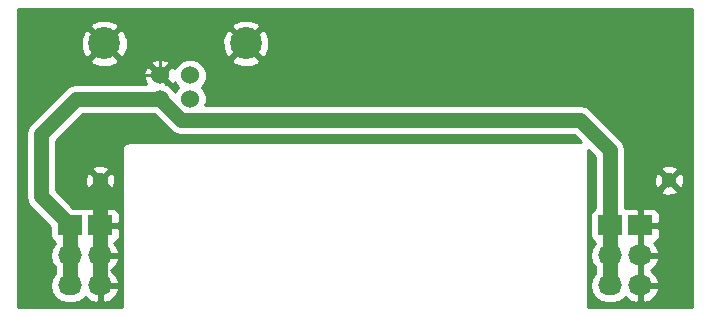
<source format=gbr>
G04 #@! TF.FileFunction,Copper,L2,Bot,Signal*
%FSLAX46Y46*%
G04 Gerber Fmt 4.6, Leading zero omitted, Abs format (unit mm)*
G04 Created by KiCad (PCBNEW (2015-12-07 BZR 6352)-product) date Fri 05 Feb 2016 02:03:26 PM EST*
%MOMM*%
G01*
G04 APERTURE LIST*
%ADD10C,0.100000*%
%ADD11R,1.300000X1.300000*%
%ADD12C,1.300000*%
%ADD13C,1.524000*%
%ADD14C,2.700020*%
%ADD15R,2.032000X1.727200*%
%ADD16O,2.032000X1.727200*%
%ADD17C,1.270000*%
%ADD18C,0.254000*%
G04 APERTURE END LIST*
D10*
D11*
X2620000Y11430000D03*
D12*
X7620000Y11430000D03*
D11*
X50800000Y11430000D03*
D12*
X55800000Y11430000D03*
D13*
X15240000Y18321020D03*
X12700000Y18321020D03*
X12700000Y20320000D03*
X15240000Y20320000D03*
D14*
X19969480Y23020020D03*
X7970520Y23020020D03*
D15*
X5080000Y7620000D03*
D16*
X5080000Y5080000D03*
X5080000Y2540000D03*
D15*
X50800000Y7620000D03*
D16*
X50800000Y5080000D03*
X50800000Y2540000D03*
D15*
X7620000Y7620000D03*
D16*
X7620000Y5080000D03*
X7620000Y2540000D03*
D15*
X53340000Y7620000D03*
D16*
X53340000Y5080000D03*
X53340000Y2540000D03*
D17*
X48260000Y16510000D02*
X50800000Y13970000D01*
X50800000Y13970000D02*
X50800000Y11430000D01*
X14511020Y16510000D02*
X48260000Y16510000D01*
X12700000Y18321020D02*
X14511020Y16510000D01*
X50800000Y11430000D02*
X50800000Y7620000D01*
X5080000Y5080000D02*
X5080000Y2540000D01*
X5080000Y7620000D02*
X5080000Y5080000D01*
X2620000Y11430000D02*
X2620000Y10080000D01*
X2620000Y10080000D02*
X5080000Y7620000D01*
X5621020Y18321020D02*
X2620000Y15320000D01*
X2620000Y15320000D02*
X2620000Y11430000D01*
X12700000Y18321020D02*
X5621020Y18321020D01*
X50800000Y5080000D02*
X50800000Y2540000D01*
X50800000Y7620000D02*
X50800000Y5080000D01*
X7620000Y7620000D02*
X7620000Y11430000D01*
X7620000Y5080000D02*
X7620000Y2540000D01*
X7620000Y7620000D02*
X7620000Y5080000D01*
D18*
X12700000Y20320000D02*
X12700000Y22860000D01*
X12700000Y20320000D02*
X10160000Y20320000D01*
G36*
X57710000Y710000D02*
X48970000Y710000D01*
X48970000Y13970000D01*
X48961570Y14012378D01*
X49530000Y13443949D01*
X49530000Y12215503D01*
X49502560Y12080000D01*
X49502560Y10780000D01*
X49530000Y10634169D01*
X49530000Y9074740D01*
X49332559Y8947690D01*
X49187569Y8735490D01*
X49136560Y8483600D01*
X49136560Y6756400D01*
X49180838Y6521083D01*
X49319910Y6304959D01*
X49530000Y6161411D01*
X49530000Y6101379D01*
X49230729Y5653489D01*
X49116655Y5080000D01*
X49230729Y4506511D01*
X49530000Y4058621D01*
X49530000Y3561379D01*
X49230729Y3113489D01*
X49116655Y2540000D01*
X49230729Y1966511D01*
X49555585Y1480330D01*
X50041766Y1155474D01*
X50615255Y1041400D01*
X50984745Y1041400D01*
X51558234Y1155474D01*
X52044415Y1480330D01*
X52089754Y1548184D01*
X52425680Y1248046D01*
X52978087Y1054816D01*
X53213000Y1199076D01*
X53213000Y2413000D01*
X53467000Y2413000D01*
X53467000Y1199076D01*
X53701913Y1054816D01*
X54254320Y1248046D01*
X54690732Y1637964D01*
X54944709Y2165209D01*
X54947358Y2180974D01*
X54826217Y2413000D01*
X53467000Y2413000D01*
X53213000Y2413000D01*
X53193000Y2413000D01*
X53193000Y2667000D01*
X53213000Y2667000D01*
X53213000Y4953000D01*
X53467000Y4953000D01*
X53467000Y2667000D01*
X54826217Y2667000D01*
X54947358Y2899026D01*
X54944709Y2914791D01*
X54690732Y3442036D01*
X54278892Y3810000D01*
X54690732Y4177964D01*
X54944709Y4705209D01*
X54947358Y4720974D01*
X54826217Y4953000D01*
X53467000Y4953000D01*
X53213000Y4953000D01*
X53193000Y4953000D01*
X53193000Y5207000D01*
X53213000Y5207000D01*
X53213000Y7493000D01*
X53467000Y7493000D01*
X53467000Y5207000D01*
X54826217Y5207000D01*
X54947358Y5439026D01*
X54944709Y5454791D01*
X54690732Y5982036D01*
X54518139Y6136241D01*
X54715698Y6218073D01*
X54894327Y6396701D01*
X54991000Y6630090D01*
X54991000Y7334250D01*
X54832250Y7493000D01*
X53467000Y7493000D01*
X53213000Y7493000D01*
X53193000Y7493000D01*
X53193000Y7747000D01*
X53213000Y7747000D01*
X53213000Y8959850D01*
X53467000Y8959850D01*
X53467000Y7747000D01*
X54832250Y7747000D01*
X54991000Y7905750D01*
X54991000Y8609910D01*
X54894327Y8843299D01*
X54715698Y9021927D01*
X54482309Y9118600D01*
X53625750Y9118600D01*
X53467000Y8959850D01*
X53213000Y8959850D01*
X53054250Y9118600D01*
X52197691Y9118600D01*
X52081737Y9070570D01*
X52070000Y9078589D01*
X52070000Y10530984D01*
X55080590Y10530984D01*
X55136271Y10300389D01*
X55619078Y10132378D01*
X56129428Y10161917D01*
X56463729Y10300389D01*
X56519410Y10530984D01*
X55800000Y11250395D01*
X55080590Y10530984D01*
X52070000Y10530984D01*
X52070000Y10644497D01*
X52097440Y10780000D01*
X52097440Y11610922D01*
X54502378Y11610922D01*
X54531917Y11100572D01*
X54670389Y10766271D01*
X54900984Y10710590D01*
X55620395Y11430000D01*
X55979605Y11430000D01*
X56699016Y10710590D01*
X56929611Y10766271D01*
X57097622Y11249078D01*
X57068083Y11759428D01*
X56929611Y12093729D01*
X56699016Y12149410D01*
X55979605Y11430000D01*
X55620395Y11430000D01*
X54900984Y12149410D01*
X54670389Y12093729D01*
X54502378Y11610922D01*
X52097440Y11610922D01*
X52097440Y12080000D01*
X52070000Y12225831D01*
X52070000Y12329016D01*
X55080590Y12329016D01*
X55800000Y11609605D01*
X56519410Y12329016D01*
X56463729Y12559611D01*
X55980922Y12727622D01*
X55470572Y12698083D01*
X55136271Y12559611D01*
X55080590Y12329016D01*
X52070000Y12329016D01*
X52070000Y13970000D01*
X51973327Y14456008D01*
X51698026Y14868026D01*
X51698023Y14868028D01*
X49158026Y17408026D01*
X48746008Y17683327D01*
X48260000Y17780001D01*
X48259995Y17780000D01*
X16527998Y17780000D01*
X16636757Y18041920D01*
X16637242Y18597681D01*
X16425010Y19111323D01*
X16216168Y19320530D01*
X16423629Y19527630D01*
X16636757Y20040900D01*
X16637242Y20596661D01*
X16425010Y21110303D01*
X16032370Y21503629D01*
X15765558Y21614419D01*
X18743484Y21614419D01*
X18884952Y21311230D01*
X19621432Y21026273D01*
X20410900Y21044846D01*
X21054008Y21311230D01*
X21195476Y21614419D01*
X19969480Y22840415D01*
X18743484Y21614419D01*
X15765558Y21614419D01*
X15519100Y21716757D01*
X14963339Y21717242D01*
X14449697Y21505010D01*
X14056371Y21112370D01*
X13976605Y20920273D01*
X13922397Y21051143D01*
X13680213Y21120608D01*
X12879605Y20320000D01*
X13680213Y19519392D01*
X13922397Y19588857D01*
X13972509Y19729318D01*
X14054990Y19529697D01*
X14263832Y19320490D01*
X14056371Y19113390D01*
X13970051Y18905508D01*
X13885010Y19111323D01*
X13492370Y19504649D01*
X13224529Y19615866D01*
X12700000Y20140395D01*
X12685858Y20126253D01*
X12506253Y20305858D01*
X12520395Y20320000D01*
X11719787Y21120608D01*
X11477603Y21051143D01*
X11290856Y20527698D01*
X11318638Y19972632D01*
X11476707Y19591020D01*
X5621020Y19591020D01*
X5135012Y19494347D01*
X4722994Y19219046D01*
X4722992Y19219043D01*
X1721974Y16218026D01*
X1446673Y15806008D01*
X1349999Y15320000D01*
X1350000Y15319995D01*
X1350000Y12215503D01*
X1322560Y12080000D01*
X1322560Y10780000D01*
X1350000Y10634169D01*
X1350000Y10080005D01*
X1349999Y10080000D01*
X1446673Y9593992D01*
X1721974Y9181974D01*
X3416560Y7487389D01*
X3416560Y6756400D01*
X3460838Y6521083D01*
X3599910Y6304959D01*
X3810000Y6161411D01*
X3810000Y6101379D01*
X3510729Y5653489D01*
X3396655Y5080000D01*
X3510729Y4506511D01*
X3810000Y4058621D01*
X3810000Y3561379D01*
X3510729Y3113489D01*
X3396655Y2540000D01*
X3510729Y1966511D01*
X3835585Y1480330D01*
X4321766Y1155474D01*
X4895255Y1041400D01*
X5264745Y1041400D01*
X5838234Y1155474D01*
X6324415Y1480330D01*
X6369754Y1548184D01*
X6705680Y1248046D01*
X7258087Y1054816D01*
X7493000Y1199076D01*
X7493000Y2413000D01*
X7747000Y2413000D01*
X7747000Y1199076D01*
X7981913Y1054816D01*
X8534320Y1248046D01*
X8970732Y1637964D01*
X9224709Y2165209D01*
X9227358Y2180974D01*
X9106217Y2413000D01*
X7747000Y2413000D01*
X7493000Y2413000D01*
X7473000Y2413000D01*
X7473000Y2667000D01*
X7493000Y2667000D01*
X7493000Y4953000D01*
X7747000Y4953000D01*
X7747000Y2667000D01*
X9106217Y2667000D01*
X9227358Y2899026D01*
X9224709Y2914791D01*
X8970732Y3442036D01*
X8558892Y3810000D01*
X8970732Y4177964D01*
X9224709Y4705209D01*
X9227358Y4720974D01*
X9106217Y4953000D01*
X7747000Y4953000D01*
X7493000Y4953000D01*
X7473000Y4953000D01*
X7473000Y5207000D01*
X7493000Y5207000D01*
X7493000Y7493000D01*
X7747000Y7493000D01*
X7747000Y5207000D01*
X9106217Y5207000D01*
X9227358Y5439026D01*
X9224709Y5454791D01*
X8970732Y5982036D01*
X8798139Y6136241D01*
X8995698Y6218073D01*
X9174327Y6396701D01*
X9271000Y6630090D01*
X9271000Y7334250D01*
X9112250Y7493000D01*
X7747000Y7493000D01*
X7493000Y7493000D01*
X7473000Y7493000D01*
X7473000Y7747000D01*
X7493000Y7747000D01*
X7493000Y8959850D01*
X7747000Y8959850D01*
X7747000Y7747000D01*
X9112250Y7747000D01*
X9271000Y7905750D01*
X9271000Y8609910D01*
X9174327Y8843299D01*
X8995698Y9021927D01*
X8762309Y9118600D01*
X7905750Y9118600D01*
X7747000Y8959850D01*
X7493000Y8959850D01*
X7334250Y9118600D01*
X6477691Y9118600D01*
X6361737Y9070570D01*
X6347890Y9080031D01*
X6096000Y9131040D01*
X5365011Y9131040D01*
X3965068Y10530984D01*
X6900590Y10530984D01*
X6956271Y10300389D01*
X7439078Y10132378D01*
X7949428Y10161917D01*
X8283729Y10300389D01*
X8339410Y10530984D01*
X7620000Y11250395D01*
X6900590Y10530984D01*
X3965068Y10530984D01*
X3890000Y10606052D01*
X3890000Y10644497D01*
X3917440Y10780000D01*
X3917440Y11610922D01*
X6322378Y11610922D01*
X6351917Y11100572D01*
X6490389Y10766271D01*
X6720984Y10710590D01*
X7440395Y11430000D01*
X7799605Y11430000D01*
X8519016Y10710590D01*
X8749611Y10766271D01*
X8917622Y11249078D01*
X8888083Y11759428D01*
X8749611Y12093729D01*
X8519016Y12149410D01*
X7799605Y11430000D01*
X7440395Y11430000D01*
X6720984Y12149410D01*
X6490389Y12093729D01*
X6322378Y11610922D01*
X3917440Y11610922D01*
X3917440Y12080000D01*
X3890000Y12225831D01*
X3890000Y12329016D01*
X6900590Y12329016D01*
X7620000Y11609605D01*
X8339410Y12329016D01*
X8283729Y12559611D01*
X7800922Y12727622D01*
X7290572Y12698083D01*
X6956271Y12559611D01*
X6900590Y12329016D01*
X3890000Y12329016D01*
X3890000Y14793948D01*
X6147071Y17051020D01*
X12115635Y17051020D01*
X12215356Y17009612D01*
X13612994Y15611974D01*
X14025012Y15336673D01*
X14511020Y15239999D01*
X14511025Y15240000D01*
X47733948Y15240000D01*
X48302378Y14671570D01*
X48260000Y14680000D01*
X10160000Y14680000D01*
X9888295Y14625954D01*
X9657954Y14472046D01*
X9504046Y14241705D01*
X9450000Y13970000D01*
X9450000Y710000D01*
X710000Y710000D01*
X710000Y21614419D01*
X6744524Y21614419D01*
X6885992Y21311230D01*
X7622472Y21026273D01*
X8411940Y21044846D01*
X9028450Y21300213D01*
X11899392Y21300213D01*
X12700000Y20499605D01*
X13500608Y21300213D01*
X13431143Y21542397D01*
X12907698Y21729144D01*
X12352632Y21701362D01*
X11968857Y21542397D01*
X11899392Y21300213D01*
X9028450Y21300213D01*
X9055048Y21311230D01*
X9196516Y21614419D01*
X7970520Y22840415D01*
X6744524Y21614419D01*
X710000Y21614419D01*
X710000Y23368068D01*
X5976773Y23368068D01*
X5995346Y22578600D01*
X6261730Y21935492D01*
X6564919Y21794024D01*
X7790915Y23020020D01*
X8150125Y23020020D01*
X9376121Y21794024D01*
X9679310Y21935492D01*
X9964267Y22671972D01*
X9947891Y23368068D01*
X17975733Y23368068D01*
X17994306Y22578600D01*
X18260690Y21935492D01*
X18563879Y21794024D01*
X19789875Y23020020D01*
X20149085Y23020020D01*
X21375081Y21794024D01*
X21678270Y21935492D01*
X21963227Y22671972D01*
X21944654Y23461440D01*
X21678270Y24104548D01*
X21375081Y24246016D01*
X20149085Y23020020D01*
X19789875Y23020020D01*
X18563879Y24246016D01*
X18260690Y24104548D01*
X17975733Y23368068D01*
X9947891Y23368068D01*
X9945694Y23461440D01*
X9679310Y24104548D01*
X9376121Y24246016D01*
X8150125Y23020020D01*
X7790915Y23020020D01*
X6564919Y24246016D01*
X6261730Y24104548D01*
X5976773Y23368068D01*
X710000Y23368068D01*
X710000Y24425621D01*
X6744524Y24425621D01*
X7970520Y23199625D01*
X9196516Y24425621D01*
X18743484Y24425621D01*
X19969480Y23199625D01*
X21195476Y24425621D01*
X21054008Y24728810D01*
X20317528Y25013767D01*
X19528060Y24995194D01*
X18884952Y24728810D01*
X18743484Y24425621D01*
X9196516Y24425621D01*
X9055048Y24728810D01*
X8318568Y25013767D01*
X7529100Y24995194D01*
X6885992Y24728810D01*
X6744524Y24425621D01*
X710000Y24425621D01*
X710000Y25960000D01*
X57710000Y25960000D01*
X57710000Y710000D01*
X57710000Y710000D01*
G37*
X57710000Y710000D02*
X48970000Y710000D01*
X48970000Y13970000D01*
X48961570Y14012378D01*
X49530000Y13443949D01*
X49530000Y12215503D01*
X49502560Y12080000D01*
X49502560Y10780000D01*
X49530000Y10634169D01*
X49530000Y9074740D01*
X49332559Y8947690D01*
X49187569Y8735490D01*
X49136560Y8483600D01*
X49136560Y6756400D01*
X49180838Y6521083D01*
X49319910Y6304959D01*
X49530000Y6161411D01*
X49530000Y6101379D01*
X49230729Y5653489D01*
X49116655Y5080000D01*
X49230729Y4506511D01*
X49530000Y4058621D01*
X49530000Y3561379D01*
X49230729Y3113489D01*
X49116655Y2540000D01*
X49230729Y1966511D01*
X49555585Y1480330D01*
X50041766Y1155474D01*
X50615255Y1041400D01*
X50984745Y1041400D01*
X51558234Y1155474D01*
X52044415Y1480330D01*
X52089754Y1548184D01*
X52425680Y1248046D01*
X52978087Y1054816D01*
X53213000Y1199076D01*
X53213000Y2413000D01*
X53467000Y2413000D01*
X53467000Y1199076D01*
X53701913Y1054816D01*
X54254320Y1248046D01*
X54690732Y1637964D01*
X54944709Y2165209D01*
X54947358Y2180974D01*
X54826217Y2413000D01*
X53467000Y2413000D01*
X53213000Y2413000D01*
X53193000Y2413000D01*
X53193000Y2667000D01*
X53213000Y2667000D01*
X53213000Y4953000D01*
X53467000Y4953000D01*
X53467000Y2667000D01*
X54826217Y2667000D01*
X54947358Y2899026D01*
X54944709Y2914791D01*
X54690732Y3442036D01*
X54278892Y3810000D01*
X54690732Y4177964D01*
X54944709Y4705209D01*
X54947358Y4720974D01*
X54826217Y4953000D01*
X53467000Y4953000D01*
X53213000Y4953000D01*
X53193000Y4953000D01*
X53193000Y5207000D01*
X53213000Y5207000D01*
X53213000Y7493000D01*
X53467000Y7493000D01*
X53467000Y5207000D01*
X54826217Y5207000D01*
X54947358Y5439026D01*
X54944709Y5454791D01*
X54690732Y5982036D01*
X54518139Y6136241D01*
X54715698Y6218073D01*
X54894327Y6396701D01*
X54991000Y6630090D01*
X54991000Y7334250D01*
X54832250Y7493000D01*
X53467000Y7493000D01*
X53213000Y7493000D01*
X53193000Y7493000D01*
X53193000Y7747000D01*
X53213000Y7747000D01*
X53213000Y8959850D01*
X53467000Y8959850D01*
X53467000Y7747000D01*
X54832250Y7747000D01*
X54991000Y7905750D01*
X54991000Y8609910D01*
X54894327Y8843299D01*
X54715698Y9021927D01*
X54482309Y9118600D01*
X53625750Y9118600D01*
X53467000Y8959850D01*
X53213000Y8959850D01*
X53054250Y9118600D01*
X52197691Y9118600D01*
X52081737Y9070570D01*
X52070000Y9078589D01*
X52070000Y10530984D01*
X55080590Y10530984D01*
X55136271Y10300389D01*
X55619078Y10132378D01*
X56129428Y10161917D01*
X56463729Y10300389D01*
X56519410Y10530984D01*
X55800000Y11250395D01*
X55080590Y10530984D01*
X52070000Y10530984D01*
X52070000Y10644497D01*
X52097440Y10780000D01*
X52097440Y11610922D01*
X54502378Y11610922D01*
X54531917Y11100572D01*
X54670389Y10766271D01*
X54900984Y10710590D01*
X55620395Y11430000D01*
X55979605Y11430000D01*
X56699016Y10710590D01*
X56929611Y10766271D01*
X57097622Y11249078D01*
X57068083Y11759428D01*
X56929611Y12093729D01*
X56699016Y12149410D01*
X55979605Y11430000D01*
X55620395Y11430000D01*
X54900984Y12149410D01*
X54670389Y12093729D01*
X54502378Y11610922D01*
X52097440Y11610922D01*
X52097440Y12080000D01*
X52070000Y12225831D01*
X52070000Y12329016D01*
X55080590Y12329016D01*
X55800000Y11609605D01*
X56519410Y12329016D01*
X56463729Y12559611D01*
X55980922Y12727622D01*
X55470572Y12698083D01*
X55136271Y12559611D01*
X55080590Y12329016D01*
X52070000Y12329016D01*
X52070000Y13970000D01*
X51973327Y14456008D01*
X51698026Y14868026D01*
X51698023Y14868028D01*
X49158026Y17408026D01*
X48746008Y17683327D01*
X48260000Y17780001D01*
X48259995Y17780000D01*
X16527998Y17780000D01*
X16636757Y18041920D01*
X16637242Y18597681D01*
X16425010Y19111323D01*
X16216168Y19320530D01*
X16423629Y19527630D01*
X16636757Y20040900D01*
X16637242Y20596661D01*
X16425010Y21110303D01*
X16032370Y21503629D01*
X15765558Y21614419D01*
X18743484Y21614419D01*
X18884952Y21311230D01*
X19621432Y21026273D01*
X20410900Y21044846D01*
X21054008Y21311230D01*
X21195476Y21614419D01*
X19969480Y22840415D01*
X18743484Y21614419D01*
X15765558Y21614419D01*
X15519100Y21716757D01*
X14963339Y21717242D01*
X14449697Y21505010D01*
X14056371Y21112370D01*
X13976605Y20920273D01*
X13922397Y21051143D01*
X13680213Y21120608D01*
X12879605Y20320000D01*
X13680213Y19519392D01*
X13922397Y19588857D01*
X13972509Y19729318D01*
X14054990Y19529697D01*
X14263832Y19320490D01*
X14056371Y19113390D01*
X13970051Y18905508D01*
X13885010Y19111323D01*
X13492370Y19504649D01*
X13224529Y19615866D01*
X12700000Y20140395D01*
X12685858Y20126253D01*
X12506253Y20305858D01*
X12520395Y20320000D01*
X11719787Y21120608D01*
X11477603Y21051143D01*
X11290856Y20527698D01*
X11318638Y19972632D01*
X11476707Y19591020D01*
X5621020Y19591020D01*
X5135012Y19494347D01*
X4722994Y19219046D01*
X4722992Y19219043D01*
X1721974Y16218026D01*
X1446673Y15806008D01*
X1349999Y15320000D01*
X1350000Y15319995D01*
X1350000Y12215503D01*
X1322560Y12080000D01*
X1322560Y10780000D01*
X1350000Y10634169D01*
X1350000Y10080005D01*
X1349999Y10080000D01*
X1446673Y9593992D01*
X1721974Y9181974D01*
X3416560Y7487389D01*
X3416560Y6756400D01*
X3460838Y6521083D01*
X3599910Y6304959D01*
X3810000Y6161411D01*
X3810000Y6101379D01*
X3510729Y5653489D01*
X3396655Y5080000D01*
X3510729Y4506511D01*
X3810000Y4058621D01*
X3810000Y3561379D01*
X3510729Y3113489D01*
X3396655Y2540000D01*
X3510729Y1966511D01*
X3835585Y1480330D01*
X4321766Y1155474D01*
X4895255Y1041400D01*
X5264745Y1041400D01*
X5838234Y1155474D01*
X6324415Y1480330D01*
X6369754Y1548184D01*
X6705680Y1248046D01*
X7258087Y1054816D01*
X7493000Y1199076D01*
X7493000Y2413000D01*
X7747000Y2413000D01*
X7747000Y1199076D01*
X7981913Y1054816D01*
X8534320Y1248046D01*
X8970732Y1637964D01*
X9224709Y2165209D01*
X9227358Y2180974D01*
X9106217Y2413000D01*
X7747000Y2413000D01*
X7493000Y2413000D01*
X7473000Y2413000D01*
X7473000Y2667000D01*
X7493000Y2667000D01*
X7493000Y4953000D01*
X7747000Y4953000D01*
X7747000Y2667000D01*
X9106217Y2667000D01*
X9227358Y2899026D01*
X9224709Y2914791D01*
X8970732Y3442036D01*
X8558892Y3810000D01*
X8970732Y4177964D01*
X9224709Y4705209D01*
X9227358Y4720974D01*
X9106217Y4953000D01*
X7747000Y4953000D01*
X7493000Y4953000D01*
X7473000Y4953000D01*
X7473000Y5207000D01*
X7493000Y5207000D01*
X7493000Y7493000D01*
X7747000Y7493000D01*
X7747000Y5207000D01*
X9106217Y5207000D01*
X9227358Y5439026D01*
X9224709Y5454791D01*
X8970732Y5982036D01*
X8798139Y6136241D01*
X8995698Y6218073D01*
X9174327Y6396701D01*
X9271000Y6630090D01*
X9271000Y7334250D01*
X9112250Y7493000D01*
X7747000Y7493000D01*
X7493000Y7493000D01*
X7473000Y7493000D01*
X7473000Y7747000D01*
X7493000Y7747000D01*
X7493000Y8959850D01*
X7747000Y8959850D01*
X7747000Y7747000D01*
X9112250Y7747000D01*
X9271000Y7905750D01*
X9271000Y8609910D01*
X9174327Y8843299D01*
X8995698Y9021927D01*
X8762309Y9118600D01*
X7905750Y9118600D01*
X7747000Y8959850D01*
X7493000Y8959850D01*
X7334250Y9118600D01*
X6477691Y9118600D01*
X6361737Y9070570D01*
X6347890Y9080031D01*
X6096000Y9131040D01*
X5365011Y9131040D01*
X3965068Y10530984D01*
X6900590Y10530984D01*
X6956271Y10300389D01*
X7439078Y10132378D01*
X7949428Y10161917D01*
X8283729Y10300389D01*
X8339410Y10530984D01*
X7620000Y11250395D01*
X6900590Y10530984D01*
X3965068Y10530984D01*
X3890000Y10606052D01*
X3890000Y10644497D01*
X3917440Y10780000D01*
X3917440Y11610922D01*
X6322378Y11610922D01*
X6351917Y11100572D01*
X6490389Y10766271D01*
X6720984Y10710590D01*
X7440395Y11430000D01*
X7799605Y11430000D01*
X8519016Y10710590D01*
X8749611Y10766271D01*
X8917622Y11249078D01*
X8888083Y11759428D01*
X8749611Y12093729D01*
X8519016Y12149410D01*
X7799605Y11430000D01*
X7440395Y11430000D01*
X6720984Y12149410D01*
X6490389Y12093729D01*
X6322378Y11610922D01*
X3917440Y11610922D01*
X3917440Y12080000D01*
X3890000Y12225831D01*
X3890000Y12329016D01*
X6900590Y12329016D01*
X7620000Y11609605D01*
X8339410Y12329016D01*
X8283729Y12559611D01*
X7800922Y12727622D01*
X7290572Y12698083D01*
X6956271Y12559611D01*
X6900590Y12329016D01*
X3890000Y12329016D01*
X3890000Y14793948D01*
X6147071Y17051020D01*
X12115635Y17051020D01*
X12215356Y17009612D01*
X13612994Y15611974D01*
X14025012Y15336673D01*
X14511020Y15239999D01*
X14511025Y15240000D01*
X47733948Y15240000D01*
X48302378Y14671570D01*
X48260000Y14680000D01*
X10160000Y14680000D01*
X9888295Y14625954D01*
X9657954Y14472046D01*
X9504046Y14241705D01*
X9450000Y13970000D01*
X9450000Y710000D01*
X710000Y710000D01*
X710000Y21614419D01*
X6744524Y21614419D01*
X6885992Y21311230D01*
X7622472Y21026273D01*
X8411940Y21044846D01*
X9028450Y21300213D01*
X11899392Y21300213D01*
X12700000Y20499605D01*
X13500608Y21300213D01*
X13431143Y21542397D01*
X12907698Y21729144D01*
X12352632Y21701362D01*
X11968857Y21542397D01*
X11899392Y21300213D01*
X9028450Y21300213D01*
X9055048Y21311230D01*
X9196516Y21614419D01*
X7970520Y22840415D01*
X6744524Y21614419D01*
X710000Y21614419D01*
X710000Y23368068D01*
X5976773Y23368068D01*
X5995346Y22578600D01*
X6261730Y21935492D01*
X6564919Y21794024D01*
X7790915Y23020020D01*
X8150125Y23020020D01*
X9376121Y21794024D01*
X9679310Y21935492D01*
X9964267Y22671972D01*
X9947891Y23368068D01*
X17975733Y23368068D01*
X17994306Y22578600D01*
X18260690Y21935492D01*
X18563879Y21794024D01*
X19789875Y23020020D01*
X20149085Y23020020D01*
X21375081Y21794024D01*
X21678270Y21935492D01*
X21963227Y22671972D01*
X21944654Y23461440D01*
X21678270Y24104548D01*
X21375081Y24246016D01*
X20149085Y23020020D01*
X19789875Y23020020D01*
X18563879Y24246016D01*
X18260690Y24104548D01*
X17975733Y23368068D01*
X9947891Y23368068D01*
X9945694Y23461440D01*
X9679310Y24104548D01*
X9376121Y24246016D01*
X8150125Y23020020D01*
X7790915Y23020020D01*
X6564919Y24246016D01*
X6261730Y24104548D01*
X5976773Y23368068D01*
X710000Y23368068D01*
X710000Y24425621D01*
X6744524Y24425621D01*
X7970520Y23199625D01*
X9196516Y24425621D01*
X18743484Y24425621D01*
X19969480Y23199625D01*
X21195476Y24425621D01*
X21054008Y24728810D01*
X20317528Y25013767D01*
X19528060Y24995194D01*
X18884952Y24728810D01*
X18743484Y24425621D01*
X9196516Y24425621D01*
X9055048Y24728810D01*
X8318568Y25013767D01*
X7529100Y24995194D01*
X6885992Y24728810D01*
X6744524Y24425621D01*
X710000Y24425621D01*
X710000Y25960000D01*
X57710000Y25960000D01*
X57710000Y710000D01*
M02*

</source>
